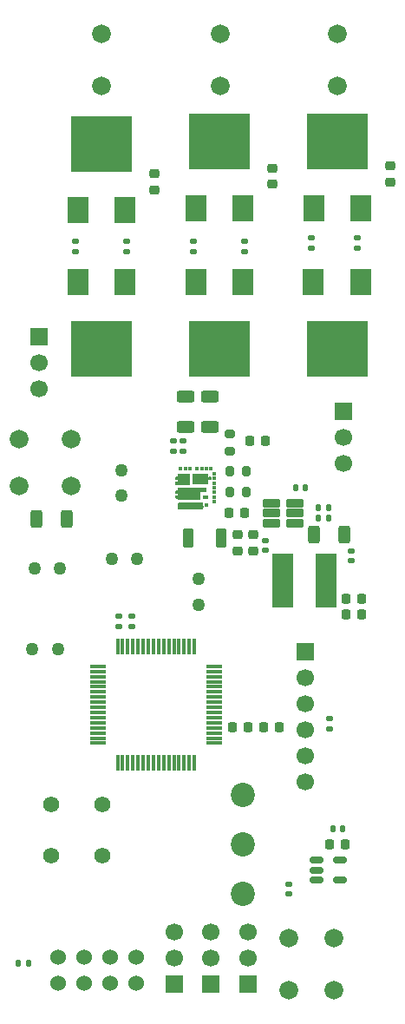
<source format=gbr>
%TF.GenerationSoftware,KiCad,Pcbnew,9.0.2*%
%TF.CreationDate,2025-08-16T18:35:03-07:00*%
%TF.ProjectId,Transmitter,5472616e-736d-4697-9474-65722e6b6963,rev?*%
%TF.SameCoordinates,Original*%
%TF.FileFunction,Soldermask,Top*%
%TF.FilePolarity,Negative*%
%FSLAX46Y46*%
G04 Gerber Fmt 4.6, Leading zero omitted, Abs format (unit mm)*
G04 Created by KiCad (PCBNEW 9.0.2) date 2025-08-16 18:35:03*
%MOMM*%
%LPD*%
G01*
G04 APERTURE LIST*
G04 Aperture macros list*
%AMRoundRect*
0 Rectangle with rounded corners*
0 $1 Rounding radius*
0 $2 $3 $4 $5 $6 $7 $8 $9 X,Y pos of 4 corners*
0 Add a 4 corners polygon primitive as box body*
4,1,4,$2,$3,$4,$5,$6,$7,$8,$9,$2,$3,0*
0 Add four circle primitives for the rounded corners*
1,1,$1+$1,$2,$3*
1,1,$1+$1,$4,$5*
1,1,$1+$1,$6,$7*
1,1,$1+$1,$8,$9*
0 Add four rect primitives between the rounded corners*
20,1,$1+$1,$2,$3,$4,$5,0*
20,1,$1+$1,$4,$5,$6,$7,0*
20,1,$1+$1,$6,$7,$8,$9,0*
20,1,$1+$1,$8,$9,$2,$3,0*%
G04 Aperture macros list end*
%ADD10C,0.000000*%
%ADD11RoundRect,0.218750X0.218750X0.256250X-0.218750X0.256250X-0.218750X-0.256250X0.218750X-0.256250X0*%
%ADD12RoundRect,0.099250X-0.727750X-0.297750X0.727750X-0.297750X0.727750X0.297750X-0.727750X0.297750X0*%
%ADD13RoundRect,0.250000X-0.625000X0.312500X-0.625000X-0.312500X0.625000X-0.312500X0.625000X0.312500X0*%
%ADD14RoundRect,0.250000X-0.312500X-0.625000X0.312500X-0.625000X0.312500X0.625000X-0.312500X0.625000X0*%
%ADD15RoundRect,0.250000X0.312500X0.625000X-0.312500X0.625000X-0.312500X-0.625000X0.312500X-0.625000X0*%
%ADD16RoundRect,0.225000X-0.225000X-0.250000X0.225000X-0.250000X0.225000X0.250000X-0.225000X0.250000X0*%
%ADD17RoundRect,0.225000X0.250000X-0.225000X0.250000X0.225000X-0.250000X0.225000X-0.250000X-0.225000X0*%
%ADD18RoundRect,0.225000X0.225000X0.250000X-0.225000X0.250000X-0.225000X-0.250000X0.225000X-0.250000X0*%
%ADD19RoundRect,0.140000X0.170000X-0.140000X0.170000X0.140000X-0.170000X0.140000X-0.170000X-0.140000X0*%
%ADD20RoundRect,0.140000X0.140000X0.170000X-0.140000X0.170000X-0.140000X-0.170000X0.140000X-0.170000X0*%
%ADD21R,2.000000X2.500000*%
%ADD22R,6.000000X5.500000*%
%ADD23RoundRect,0.225000X-0.250000X0.225000X-0.250000X-0.225000X0.250000X-0.225000X0.250000X0.225000X0*%
%ADD24RoundRect,0.200000X-0.275000X0.200000X-0.275000X-0.200000X0.275000X-0.200000X0.275000X0.200000X0*%
%ADD25C,1.828800*%
%ADD26RoundRect,0.135000X-0.185000X0.135000X-0.185000X-0.135000X0.185000X-0.135000X0.185000X0.135000X0*%
%ADD27C,2.362200*%
%ADD28RoundRect,0.135000X0.185000X-0.135000X0.185000X0.135000X-0.185000X0.135000X-0.185000X-0.135000X0*%
%ADD29C,1.524000*%
%ADD30RoundRect,0.200000X-0.200000X-0.275000X0.200000X-0.275000X0.200000X0.275000X-0.200000X0.275000X0*%
%ADD31R,1.700000X1.700000*%
%ADD32C,1.700000*%
%ADD33RoundRect,0.075000X-0.700000X-0.075000X0.700000X-0.075000X0.700000X0.075000X-0.700000X0.075000X0*%
%ADD34RoundRect,0.075000X-0.075000X-0.700000X0.075000X-0.700000X0.075000X0.700000X-0.075000X0.700000X0*%
%ADD35RoundRect,0.250000X0.275000X0.700000X-0.275000X0.700000X-0.275000X-0.700000X0.275000X-0.700000X0*%
%ADD36RoundRect,0.150000X-0.512500X-0.150000X0.512500X-0.150000X0.512500X0.150000X-0.512500X0.150000X0*%
%ADD37RoundRect,0.135000X0.135000X0.185000X-0.135000X0.185000X-0.135000X-0.185000X0.135000X-0.185000X0*%
%ADD38RoundRect,0.102000X-0.950000X-2.550000X0.950000X-2.550000X0.950000X2.550000X-0.950000X2.550000X0*%
%ADD39C,1.270000*%
%ADD40R,0.254000X0.304800*%
%ADD41R,0.304800X0.152400*%
%ADD42R,0.304800X0.457200*%
%ADD43R,0.457200X0.304800*%
%ADD44R,1.574800X1.050000*%
%ADD45C,0.127000*%
%ADD46R,0.580009X0.380009*%
%ADD47C,1.574800*%
G04 APERTURE END LIST*
D10*
%TO.C,U5*%
G36*
X108112411Y-70275005D02*
G01*
X106708407Y-70277401D01*
X106708407Y-69972601D01*
X106962407Y-69972601D01*
X106962407Y-69827399D01*
X106708407Y-69827399D01*
X106708407Y-69522599D01*
X106962407Y-69522599D01*
X106962401Y-69224995D01*
X108112411Y-69224995D01*
X108112411Y-70275005D01*
G37*
G36*
X109787405Y-70575501D02*
G01*
X109787405Y-71030492D01*
X109137393Y-71030492D01*
X109137406Y-71775490D01*
X106962404Y-71775490D01*
X106962407Y-71627401D01*
X106708407Y-71627401D01*
X106708407Y-71322601D01*
X106962407Y-71322601D01*
X106962407Y-71177399D01*
X106708407Y-71177399D01*
X106708407Y-70872599D01*
X106962407Y-70872599D01*
X106962404Y-70575492D01*
X109787405Y-70575501D01*
G37*
G36*
X109435976Y-72499993D02*
G01*
X109131176Y-72499993D01*
X109131176Y-72347593D01*
X108985888Y-72347593D01*
X108985888Y-72499993D01*
X108681088Y-72499993D01*
X108681088Y-72347593D01*
X108285712Y-72347593D01*
X108285712Y-72499993D01*
X107980912Y-72499993D01*
X107980912Y-72347593D01*
X107835624Y-72347593D01*
X107835624Y-72499993D01*
X107530824Y-72499993D01*
X107530824Y-72347593D01*
X107385536Y-72347593D01*
X107385536Y-72499993D01*
X107080736Y-72499993D01*
X107080736Y-72046400D01*
X109435976Y-72046400D01*
X109435976Y-72499993D01*
G37*
%TD*%
D11*
%TO.C,R20*%
X116887500Y-93960000D03*
X115312500Y-93960000D03*
%TD*%
%TO.C,D1*%
X113834500Y-93955000D03*
X112259500Y-93955000D03*
%TD*%
D12*
%TO.C,U4*%
X118400000Y-72100000D03*
X118400000Y-73050000D03*
X118400000Y-74000000D03*
X116090000Y-74000000D03*
X116090000Y-73050000D03*
X116090000Y-72100000D03*
%TD*%
D13*
%TO.C,R16*%
X110060000Y-61685000D03*
X110060000Y-64610000D03*
%TD*%
%TO.C,R15*%
X107750000Y-61690000D03*
X107750000Y-64615000D03*
%TD*%
D14*
%TO.C,R13*%
X93162500Y-73650000D03*
X96087500Y-73650000D03*
%TD*%
D15*
%TO.C,R11*%
X123192500Y-75160000D03*
X120267500Y-75160000D03*
%TD*%
D16*
%TO.C,C11*%
X124930000Y-81370000D03*
X123380000Y-81370000D03*
%TD*%
%TO.C,C12*%
X123360000Y-82900000D03*
X124910000Y-82900000D03*
%TD*%
D17*
%TO.C,C6*%
X114300000Y-76730000D03*
X114300000Y-75180000D03*
%TD*%
%TO.C,C5*%
X112790000Y-76730000D03*
X112790000Y-75180000D03*
%TD*%
D18*
%TO.C,C1*%
X123335000Y-105326000D03*
X121785000Y-105326000D03*
%TD*%
D19*
%TO.C,C3*%
X117820000Y-110220000D03*
X117820000Y-109260000D03*
%TD*%
D20*
%TO.C,C13*%
X119400000Y-70600000D03*
X118440000Y-70600000D03*
%TD*%
D21*
%TO.C,Q5*%
X113300000Y-50500000D03*
D22*
X111000000Y-57000000D03*
D21*
X108700000Y-50500000D03*
%TD*%
D23*
%TO.C,C9*%
X116200000Y-39425000D03*
X116200000Y-40975000D03*
%TD*%
D24*
%TO.C,R19*%
X112000000Y-65350000D03*
X112000000Y-67000000D03*
%TD*%
D25*
%TO.C,J6*%
X117800000Y-119556100D03*
X117800000Y-114476100D03*
%TD*%
D16*
%TO.C,C19*%
X113950000Y-66000000D03*
X115500000Y-66000000D03*
%TD*%
D21*
%TO.C,Q6*%
X108700000Y-43300000D03*
D22*
X111000000Y-36800000D03*
D21*
X113300000Y-43300000D03*
%TD*%
D23*
%TO.C,C8*%
X104700000Y-39950000D03*
X104700000Y-41500000D03*
%TD*%
D25*
%TO.C,J7*%
X122200000Y-119600000D03*
X122200000Y-114520000D03*
%TD*%
D26*
%TO.C,R1*%
X121730000Y-93080000D03*
X121730000Y-94100000D03*
%TD*%
D21*
%TO.C,Q3*%
X97200000Y-43500000D03*
D22*
X99500000Y-37000000D03*
D21*
X101800000Y-43500000D03*
%TD*%
D25*
%TO.C,J2*%
X99480000Y-31370000D03*
X99480000Y-26290000D03*
%TD*%
D27*
%TO.C,U1*%
X113300000Y-110221100D03*
X113300000Y-105395100D03*
X113300000Y-100569100D03*
%TD*%
D20*
%TO.C,C2*%
X123060000Y-103826000D03*
X122100000Y-103826000D03*
%TD*%
D28*
%TO.C,R3*%
X101200000Y-84140000D03*
X101200000Y-83120000D03*
%TD*%
D25*
%TO.C,J9*%
X91473900Y-65868550D03*
X96553900Y-65868550D03*
%TD*%
D28*
%TO.C,R4*%
X101990000Y-47510000D03*
X101990000Y-46490000D03*
%TD*%
D29*
%TO.C,J1*%
X102900000Y-118900000D03*
X102900000Y-116360000D03*
X100360000Y-118900000D03*
X100360000Y-116360000D03*
X97820000Y-118900000D03*
X97820000Y-116360000D03*
X95280000Y-118900000D03*
X95280000Y-116360000D03*
%TD*%
D30*
%TO.C,R17*%
X112000000Y-71000000D03*
X113650000Y-71000000D03*
%TD*%
D31*
%TO.C,J12*%
X106600000Y-119000000D03*
D32*
X106600000Y-116460000D03*
X106600000Y-113920000D03*
%TD*%
D33*
%TO.C,U2*%
X99150000Y-88000000D03*
X99150000Y-88500000D03*
X99150000Y-89000000D03*
X99150000Y-89500000D03*
X99150000Y-90000000D03*
X99150000Y-90500000D03*
X99150000Y-91000000D03*
X99150000Y-91500000D03*
X99150000Y-92000000D03*
X99150000Y-92500000D03*
X99150000Y-93000000D03*
X99150000Y-93500000D03*
X99150000Y-94000000D03*
X99150000Y-94500000D03*
X99150000Y-95000000D03*
X99150000Y-95500000D03*
D34*
X101075000Y-97425000D03*
X101575000Y-97425000D03*
X102075000Y-97425000D03*
X102575000Y-97425000D03*
X103075000Y-97425000D03*
X103575000Y-97425000D03*
X104075000Y-97425000D03*
X104575000Y-97425000D03*
X105075000Y-97425000D03*
X105575000Y-97425000D03*
X106075000Y-97425000D03*
X106575000Y-97425000D03*
X107075000Y-97425000D03*
X107575000Y-97425000D03*
X108075000Y-97425000D03*
X108575000Y-97425000D03*
D33*
X110500000Y-95500000D03*
X110500000Y-95000000D03*
X110500000Y-94500000D03*
X110500000Y-94000000D03*
X110500000Y-93500000D03*
X110500000Y-93000000D03*
X110500000Y-92500000D03*
X110500000Y-92000000D03*
X110500000Y-91500000D03*
X110500000Y-91000000D03*
X110500000Y-90500000D03*
X110500000Y-90000000D03*
X110500000Y-89500000D03*
X110500000Y-89000000D03*
X110500000Y-88500000D03*
X110500000Y-88000000D03*
D34*
X108575000Y-86075000D03*
X108075000Y-86075000D03*
X107575000Y-86075000D03*
X107075000Y-86075000D03*
X106575000Y-86075000D03*
X106075000Y-86075000D03*
X105575000Y-86075000D03*
X105075000Y-86075000D03*
X104575000Y-86075000D03*
X104075000Y-86075000D03*
X103575000Y-86075000D03*
X103075000Y-86075000D03*
X102575000Y-86075000D03*
X102075000Y-86075000D03*
X101575000Y-86075000D03*
X101075000Y-86075000D03*
%TD*%
D35*
%TO.C,L2*%
X111150000Y-75500000D03*
X108000000Y-75500000D03*
%TD*%
D25*
%TO.C,J4*%
X111120000Y-31380000D03*
X111120000Y-26300000D03*
%TD*%
%TO.C,J8*%
X91453900Y-70378550D03*
X96533900Y-70378550D03*
%TD*%
D31*
%TO.C,J14*%
X110200000Y-119000000D03*
D32*
X110200000Y-116460000D03*
X110200000Y-113920000D03*
%TD*%
D21*
%TO.C,Q9*%
X124800000Y-50500000D03*
D22*
X122500000Y-57000000D03*
D21*
X120200000Y-50500000D03*
%TD*%
D36*
%TO.C,U3*%
X120525000Y-106930000D03*
X120525000Y-107880000D03*
X120525000Y-108830000D03*
X122800000Y-108830000D03*
X122800000Y-106930000D03*
%TD*%
D31*
%TO.C,J13*%
X113800000Y-119000000D03*
D32*
X113800000Y-116460000D03*
X113800000Y-113920000D03*
%TD*%
D28*
%TO.C,R8*%
X113500000Y-47520000D03*
X113500000Y-46500000D03*
%TD*%
D21*
%TO.C,Q1*%
X101800000Y-50500000D03*
D22*
X99500000Y-57000000D03*
D21*
X97200000Y-50500000D03*
%TD*%
D37*
%TO.C,R7*%
X121660000Y-72530000D03*
X120640000Y-72530000D03*
%TD*%
D16*
%TO.C,C21*%
X111950000Y-73000000D03*
X113500000Y-73000000D03*
%TD*%
D19*
%TO.C,C22*%
X106520000Y-66980000D03*
X106520000Y-66020000D03*
%TD*%
D38*
%TO.C,L1*%
X117200000Y-79600000D03*
X121400000Y-79600000D03*
%TD*%
D19*
%TO.C,C14*%
X123900000Y-77680000D03*
X123900000Y-76720000D03*
%TD*%
D26*
%TO.C,R9*%
X108500000Y-46500000D03*
X108500000Y-47520000D03*
%TD*%
D37*
%TO.C,R10*%
X121650000Y-73500000D03*
X120630000Y-73500000D03*
%TD*%
D39*
%TO.C,C15*%
X92750000Y-86350000D03*
X95250000Y-86350000D03*
%TD*%
D40*
%TO.C,U5*%
X106835407Y-69674999D03*
X106835407Y-70125001D03*
X106835407Y-71024999D03*
X106835407Y-71475001D03*
D41*
X107233136Y-72423793D03*
X107683224Y-72423793D03*
X108133312Y-72423793D03*
X108833488Y-72423793D03*
X109283576Y-72423793D03*
D42*
X109733664Y-72275000D03*
D43*
X110483400Y-71925000D03*
X110483400Y-71475001D03*
X110483400Y-71024999D03*
X110483400Y-70575000D03*
X110483400Y-70125001D03*
X110483400Y-69674999D03*
X110483400Y-69225000D03*
D42*
X110183664Y-68725000D03*
X109733576Y-68725000D03*
X109283488Y-68725000D03*
X108833400Y-68725000D03*
X108133312Y-68725000D03*
X107683224Y-68725000D03*
X107233136Y-68725000D03*
D44*
X109167400Y-69750000D03*
D45*
X107565400Y-69738000D03*
X108073400Y-71135000D03*
D46*
X109664786Y-71490000D03*
%TD*%
D26*
%TO.C,R5*%
X120000000Y-46200000D03*
X120000000Y-47220000D03*
%TD*%
D39*
%TO.C,C20*%
X101480000Y-68870000D03*
X101480000Y-71370000D03*
%TD*%
D23*
%TO.C,C10*%
X127700000Y-39195000D03*
X127700000Y-40745000D03*
%TD*%
D37*
%TO.C,R2*%
X92420000Y-117000000D03*
X91400000Y-117000000D03*
%TD*%
D47*
%TO.C,SW1*%
X94600000Y-106500000D03*
X94600000Y-101500000D03*
X99599990Y-101500000D03*
X99599990Y-106500000D03*
%TD*%
D39*
%TO.C,C18*%
X100500000Y-77500000D03*
X103000000Y-77500000D03*
%TD*%
D31*
%TO.C,J11*%
X123100000Y-63100000D03*
D32*
X123100000Y-65640000D03*
X123100000Y-68180000D03*
%TD*%
D25*
%TO.C,J5*%
X122560000Y-31350000D03*
X122560000Y-26270000D03*
%TD*%
D26*
%TO.C,R6*%
X96990000Y-46490000D03*
X96990000Y-47510000D03*
%TD*%
D19*
%TO.C,C4*%
X102500000Y-84100000D03*
X102500000Y-83140000D03*
%TD*%
D39*
%TO.C,C17*%
X92950000Y-78450000D03*
X95450000Y-78450000D03*
%TD*%
D31*
%TO.C,J3*%
X119440000Y-86570000D03*
D32*
X119440000Y-89110000D03*
X119440000Y-91650000D03*
X119440000Y-94190000D03*
X119440000Y-96730000D03*
X119440000Y-99270000D03*
%TD*%
D28*
%TO.C,R12*%
X124490000Y-47220000D03*
X124490000Y-46200000D03*
%TD*%
D26*
%TO.C,R18*%
X107500000Y-65990000D03*
X107500000Y-67010000D03*
%TD*%
D31*
%TO.C,J10*%
X93400000Y-55860000D03*
D32*
X93400000Y-58400000D03*
X93400000Y-60940000D03*
%TD*%
D30*
%TO.C,R14*%
X112000000Y-69000000D03*
X113650000Y-69000000D03*
%TD*%
D39*
%TO.C,C16*%
X109000000Y-82000000D03*
X109000000Y-79500000D03*
%TD*%
D19*
%TO.C,C7*%
X115520000Y-76680000D03*
X115520000Y-75720000D03*
%TD*%
D21*
%TO.C,Q10*%
X120230000Y-43320000D03*
D22*
X122530000Y-36820000D03*
D21*
X124830000Y-43320000D03*
%TD*%
G36*
X110234169Y-69520987D02*
G01*
X110281139Y-69572713D01*
X110293522Y-69623291D01*
X110296270Y-69719455D01*
X110278509Y-69787029D01*
X110227033Y-69834274D01*
X110169438Y-69846963D01*
X109987500Y-69842732D01*
X109920936Y-69821495D01*
X109876422Y-69767641D01*
X109866440Y-69722522D01*
X109863782Y-69634818D01*
X109881427Y-69567213D01*
X109932820Y-69519880D01*
X109984842Y-69507096D01*
X110166690Y-69502867D01*
X110234169Y-69520987D01*
G37*
G36*
X109379015Y-72066085D02*
G01*
X109424770Y-72118889D01*
X109435976Y-72170400D01*
X109435976Y-72555993D01*
X109416291Y-72623032D01*
X109363487Y-72668787D01*
X109311976Y-72679993D01*
X107094736Y-72679993D01*
X107027697Y-72660308D01*
X106981942Y-72607504D01*
X106970736Y-72555993D01*
X106970736Y-72170400D01*
X106990421Y-72103361D01*
X107043225Y-72057606D01*
X107094736Y-72046400D01*
X109311976Y-72046400D01*
X109379015Y-72066085D01*
G37*
M02*

</source>
